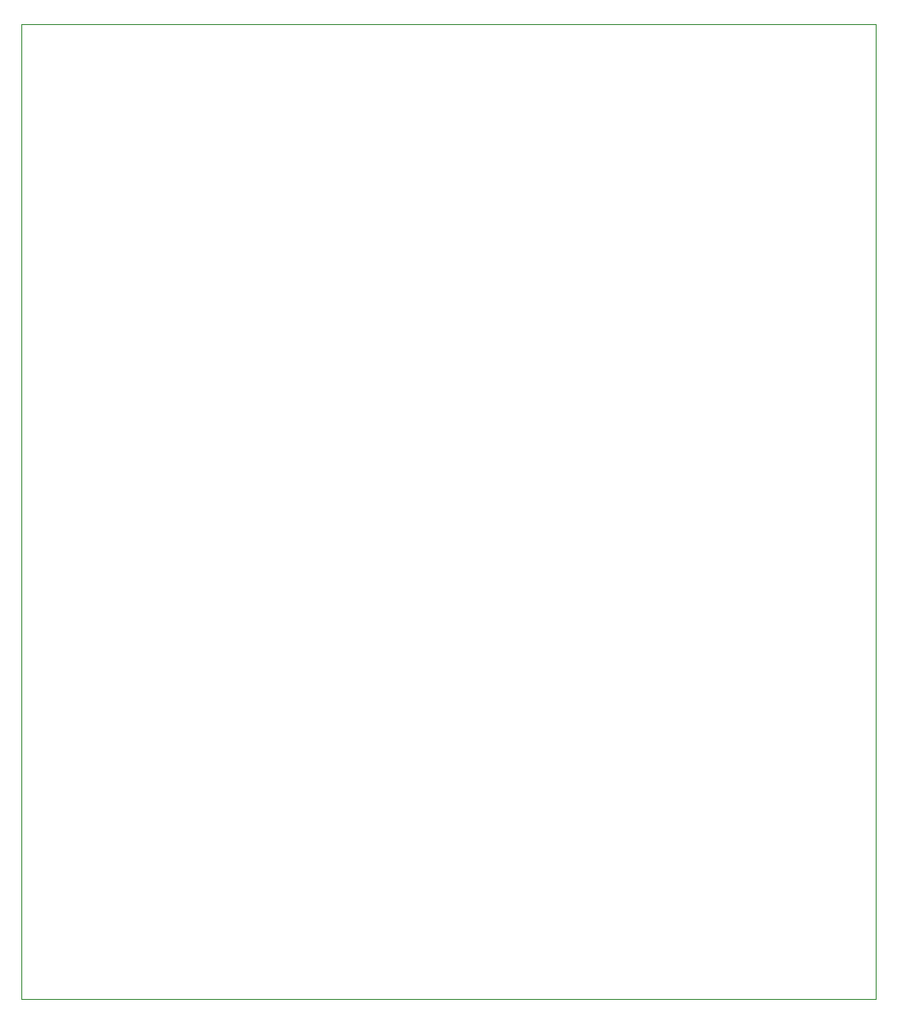
<source format=gbr>
%TF.GenerationSoftware,KiCad,Pcbnew,(5.1.8-0-10_14)*%
%TF.CreationDate,2021-01-01T23:10:54+08:00*%
%TF.ProjectId,nodemcu shield,6e6f6465-6d63-4752-9073-6869656c642e,rev?*%
%TF.SameCoordinates,Original*%
%TF.FileFunction,Profile,NP*%
%FSLAX46Y46*%
G04 Gerber Fmt 4.6, Leading zero omitted, Abs format (unit mm)*
G04 Created by KiCad (PCBNEW (5.1.8-0-10_14)) date 2021-01-01 23:10:54*
%MOMM*%
%LPD*%
G01*
G04 APERTURE LIST*
%TA.AperFunction,Profile*%
%ADD10C,0.050000*%
%TD*%
G04 APERTURE END LIST*
D10*
X83000000Y-172000000D02*
X83000000Y-83000000D01*
X161000000Y-172000000D02*
X83000000Y-172000000D01*
X161000000Y-83000000D02*
X161000000Y-172000000D01*
X83000000Y-83000000D02*
X161000000Y-83000000D01*
M02*

</source>
